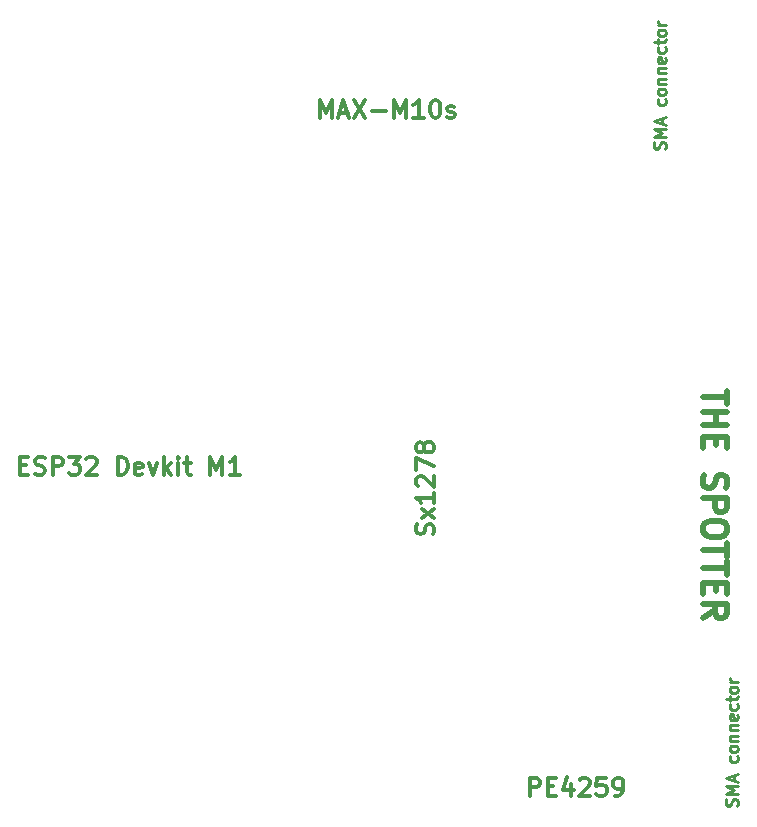
<source format=gbr>
G04 #@! TF.GenerationSoftware,KiCad,Pcbnew,9.99.0-4546-gb76221958b*
G04 #@! TF.CreationDate,2026-01-23T23:00:34+05:00*
G04 #@! TF.ProjectId,Transmitter board,5472616e-736d-4697-9474-657220626f61,rev?*
G04 #@! TF.SameCoordinates,Original*
G04 #@! TF.FileFunction,OtherDrawing,Comment*
%FSLAX46Y46*%
G04 Gerber Fmt 4.6, Leading zero omitted, Abs format (unit mm)*
G04 Created by KiCad (PCBNEW 9.99.0-4546-gb76221958b) date 2026-01-23 23:00:34*
%MOMM*%
%LPD*%
G01*
G04 APERTURE LIST*
%ADD10C,0.250000*%
%ADD11C,0.300000*%
%ADD12C,0.500000*%
G04 APERTURE END LIST*
D10*
X110561000Y-82703050D02*
X110608619Y-82560193D01*
X110608619Y-82560193D02*
X110608619Y-82322098D01*
X110608619Y-82322098D02*
X110561000Y-82226860D01*
X110561000Y-82226860D02*
X110513380Y-82179241D01*
X110513380Y-82179241D02*
X110418142Y-82131622D01*
X110418142Y-82131622D02*
X110322904Y-82131622D01*
X110322904Y-82131622D02*
X110227666Y-82179241D01*
X110227666Y-82179241D02*
X110180047Y-82226860D01*
X110180047Y-82226860D02*
X110132428Y-82322098D01*
X110132428Y-82322098D02*
X110084809Y-82512574D01*
X110084809Y-82512574D02*
X110037190Y-82607812D01*
X110037190Y-82607812D02*
X109989571Y-82655431D01*
X109989571Y-82655431D02*
X109894333Y-82703050D01*
X109894333Y-82703050D02*
X109799095Y-82703050D01*
X109799095Y-82703050D02*
X109703857Y-82655431D01*
X109703857Y-82655431D02*
X109656238Y-82607812D01*
X109656238Y-82607812D02*
X109608619Y-82512574D01*
X109608619Y-82512574D02*
X109608619Y-82274479D01*
X109608619Y-82274479D02*
X109656238Y-82131622D01*
X110608619Y-81703050D02*
X109608619Y-81703050D01*
X109608619Y-81703050D02*
X110322904Y-81369717D01*
X110322904Y-81369717D02*
X109608619Y-81036384D01*
X109608619Y-81036384D02*
X110608619Y-81036384D01*
X110322904Y-80607812D02*
X110322904Y-80131622D01*
X110608619Y-80703050D02*
X109608619Y-80369717D01*
X109608619Y-80369717D02*
X110608619Y-80036384D01*
X110561000Y-78512574D02*
X110608619Y-78607812D01*
X110608619Y-78607812D02*
X110608619Y-78798288D01*
X110608619Y-78798288D02*
X110561000Y-78893526D01*
X110561000Y-78893526D02*
X110513380Y-78941145D01*
X110513380Y-78941145D02*
X110418142Y-78988764D01*
X110418142Y-78988764D02*
X110132428Y-78988764D01*
X110132428Y-78988764D02*
X110037190Y-78941145D01*
X110037190Y-78941145D02*
X109989571Y-78893526D01*
X109989571Y-78893526D02*
X109941952Y-78798288D01*
X109941952Y-78798288D02*
X109941952Y-78607812D01*
X109941952Y-78607812D02*
X109989571Y-78512574D01*
X110608619Y-77941145D02*
X110561000Y-78036383D01*
X110561000Y-78036383D02*
X110513380Y-78084002D01*
X110513380Y-78084002D02*
X110418142Y-78131621D01*
X110418142Y-78131621D02*
X110132428Y-78131621D01*
X110132428Y-78131621D02*
X110037190Y-78084002D01*
X110037190Y-78084002D02*
X109989571Y-78036383D01*
X109989571Y-78036383D02*
X109941952Y-77941145D01*
X109941952Y-77941145D02*
X109941952Y-77798288D01*
X109941952Y-77798288D02*
X109989571Y-77703050D01*
X109989571Y-77703050D02*
X110037190Y-77655431D01*
X110037190Y-77655431D02*
X110132428Y-77607812D01*
X110132428Y-77607812D02*
X110418142Y-77607812D01*
X110418142Y-77607812D02*
X110513380Y-77655431D01*
X110513380Y-77655431D02*
X110561000Y-77703050D01*
X110561000Y-77703050D02*
X110608619Y-77798288D01*
X110608619Y-77798288D02*
X110608619Y-77941145D01*
X109941952Y-77179240D02*
X110608619Y-77179240D01*
X110037190Y-77179240D02*
X109989571Y-77131621D01*
X109989571Y-77131621D02*
X109941952Y-77036383D01*
X109941952Y-77036383D02*
X109941952Y-76893526D01*
X109941952Y-76893526D02*
X109989571Y-76798288D01*
X109989571Y-76798288D02*
X110084809Y-76750669D01*
X110084809Y-76750669D02*
X110608619Y-76750669D01*
X109941952Y-76274478D02*
X110608619Y-76274478D01*
X110037190Y-76274478D02*
X109989571Y-76226859D01*
X109989571Y-76226859D02*
X109941952Y-76131621D01*
X109941952Y-76131621D02*
X109941952Y-75988764D01*
X109941952Y-75988764D02*
X109989571Y-75893526D01*
X109989571Y-75893526D02*
X110084809Y-75845907D01*
X110084809Y-75845907D02*
X110608619Y-75845907D01*
X110561000Y-74988764D02*
X110608619Y-75084002D01*
X110608619Y-75084002D02*
X110608619Y-75274478D01*
X110608619Y-75274478D02*
X110561000Y-75369716D01*
X110561000Y-75369716D02*
X110465761Y-75417335D01*
X110465761Y-75417335D02*
X110084809Y-75417335D01*
X110084809Y-75417335D02*
X109989571Y-75369716D01*
X109989571Y-75369716D02*
X109941952Y-75274478D01*
X109941952Y-75274478D02*
X109941952Y-75084002D01*
X109941952Y-75084002D02*
X109989571Y-74988764D01*
X109989571Y-74988764D02*
X110084809Y-74941145D01*
X110084809Y-74941145D02*
X110180047Y-74941145D01*
X110180047Y-74941145D02*
X110275285Y-75417335D01*
X110561000Y-74084002D02*
X110608619Y-74179240D01*
X110608619Y-74179240D02*
X110608619Y-74369716D01*
X110608619Y-74369716D02*
X110561000Y-74464954D01*
X110561000Y-74464954D02*
X110513380Y-74512573D01*
X110513380Y-74512573D02*
X110418142Y-74560192D01*
X110418142Y-74560192D02*
X110132428Y-74560192D01*
X110132428Y-74560192D02*
X110037190Y-74512573D01*
X110037190Y-74512573D02*
X109989571Y-74464954D01*
X109989571Y-74464954D02*
X109941952Y-74369716D01*
X109941952Y-74369716D02*
X109941952Y-74179240D01*
X109941952Y-74179240D02*
X109989571Y-74084002D01*
X109941952Y-73798287D02*
X109941952Y-73417335D01*
X109608619Y-73655430D02*
X110465761Y-73655430D01*
X110465761Y-73655430D02*
X110561000Y-73607811D01*
X110561000Y-73607811D02*
X110608619Y-73512573D01*
X110608619Y-73512573D02*
X110608619Y-73417335D01*
X110608619Y-72941144D02*
X110561000Y-73036382D01*
X110561000Y-73036382D02*
X110513380Y-73084001D01*
X110513380Y-73084001D02*
X110418142Y-73131620D01*
X110418142Y-73131620D02*
X110132428Y-73131620D01*
X110132428Y-73131620D02*
X110037190Y-73084001D01*
X110037190Y-73084001D02*
X109989571Y-73036382D01*
X109989571Y-73036382D02*
X109941952Y-72941144D01*
X109941952Y-72941144D02*
X109941952Y-72798287D01*
X109941952Y-72798287D02*
X109989571Y-72703049D01*
X109989571Y-72703049D02*
X110037190Y-72655430D01*
X110037190Y-72655430D02*
X110132428Y-72607811D01*
X110132428Y-72607811D02*
X110418142Y-72607811D01*
X110418142Y-72607811D02*
X110513380Y-72655430D01*
X110513380Y-72655430D02*
X110561000Y-72703049D01*
X110561000Y-72703049D02*
X110608619Y-72798287D01*
X110608619Y-72798287D02*
X110608619Y-72941144D01*
X110608619Y-72179239D02*
X109941952Y-72179239D01*
X110132428Y-72179239D02*
X110037190Y-72131620D01*
X110037190Y-72131620D02*
X109989571Y-72084001D01*
X109989571Y-72084001D02*
X109941952Y-71988763D01*
X109941952Y-71988763D02*
X109941952Y-71893525D01*
D11*
X75230510Y-24438828D02*
X75230510Y-22938828D01*
X75230510Y-22938828D02*
X75730510Y-24010257D01*
X75730510Y-24010257D02*
X76230510Y-22938828D01*
X76230510Y-22938828D02*
X76230510Y-24438828D01*
X76873368Y-24010257D02*
X77587654Y-24010257D01*
X76730511Y-24438828D02*
X77230511Y-22938828D01*
X77230511Y-22938828D02*
X77730511Y-24438828D01*
X78087653Y-22938828D02*
X79087653Y-24438828D01*
X79087653Y-22938828D02*
X78087653Y-24438828D01*
X79659081Y-23867400D02*
X80801939Y-23867400D01*
X81516224Y-24438828D02*
X81516224Y-22938828D01*
X81516224Y-22938828D02*
X82016224Y-24010257D01*
X82016224Y-24010257D02*
X82516224Y-22938828D01*
X82516224Y-22938828D02*
X82516224Y-24438828D01*
X84016225Y-24438828D02*
X83159082Y-24438828D01*
X83587653Y-24438828D02*
X83587653Y-22938828D01*
X83587653Y-22938828D02*
X83444796Y-23153114D01*
X83444796Y-23153114D02*
X83301939Y-23295971D01*
X83301939Y-23295971D02*
X83159082Y-23367400D01*
X84944796Y-22938828D02*
X85087653Y-22938828D01*
X85087653Y-22938828D02*
X85230510Y-23010257D01*
X85230510Y-23010257D02*
X85301939Y-23081685D01*
X85301939Y-23081685D02*
X85373367Y-23224542D01*
X85373367Y-23224542D02*
X85444796Y-23510257D01*
X85444796Y-23510257D02*
X85444796Y-23867400D01*
X85444796Y-23867400D02*
X85373367Y-24153114D01*
X85373367Y-24153114D02*
X85301939Y-24295971D01*
X85301939Y-24295971D02*
X85230510Y-24367400D01*
X85230510Y-24367400D02*
X85087653Y-24438828D01*
X85087653Y-24438828D02*
X84944796Y-24438828D01*
X84944796Y-24438828D02*
X84801939Y-24367400D01*
X84801939Y-24367400D02*
X84730510Y-24295971D01*
X84730510Y-24295971D02*
X84659081Y-24153114D01*
X84659081Y-24153114D02*
X84587653Y-23867400D01*
X84587653Y-23867400D02*
X84587653Y-23510257D01*
X84587653Y-23510257D02*
X84659081Y-23224542D01*
X84659081Y-23224542D02*
X84730510Y-23081685D01*
X84730510Y-23081685D02*
X84801939Y-23010257D01*
X84801939Y-23010257D02*
X84944796Y-22938828D01*
X86016224Y-24367400D02*
X86159081Y-24438828D01*
X86159081Y-24438828D02*
X86444795Y-24438828D01*
X86444795Y-24438828D02*
X86587652Y-24367400D01*
X86587652Y-24367400D02*
X86659081Y-24224542D01*
X86659081Y-24224542D02*
X86659081Y-24153114D01*
X86659081Y-24153114D02*
X86587652Y-24010257D01*
X86587652Y-24010257D02*
X86444795Y-23938828D01*
X86444795Y-23938828D02*
X86230510Y-23938828D01*
X86230510Y-23938828D02*
X86087652Y-23867400D01*
X86087652Y-23867400D02*
X86016224Y-23724542D01*
X86016224Y-23724542D02*
X86016224Y-23653114D01*
X86016224Y-23653114D02*
X86087652Y-23510257D01*
X86087652Y-23510257D02*
X86230510Y-23438828D01*
X86230510Y-23438828D02*
X86444795Y-23438828D01*
X86444795Y-23438828D02*
X86587652Y-23510257D01*
X49830510Y-53879114D02*
X50330510Y-53879114D01*
X50544796Y-54664828D02*
X49830510Y-54664828D01*
X49830510Y-54664828D02*
X49830510Y-53164828D01*
X49830510Y-53164828D02*
X50544796Y-53164828D01*
X51116225Y-54593400D02*
X51330511Y-54664828D01*
X51330511Y-54664828D02*
X51687653Y-54664828D01*
X51687653Y-54664828D02*
X51830511Y-54593400D01*
X51830511Y-54593400D02*
X51901939Y-54521971D01*
X51901939Y-54521971D02*
X51973368Y-54379114D01*
X51973368Y-54379114D02*
X51973368Y-54236257D01*
X51973368Y-54236257D02*
X51901939Y-54093400D01*
X51901939Y-54093400D02*
X51830511Y-54021971D01*
X51830511Y-54021971D02*
X51687653Y-53950542D01*
X51687653Y-53950542D02*
X51401939Y-53879114D01*
X51401939Y-53879114D02*
X51259082Y-53807685D01*
X51259082Y-53807685D02*
X51187653Y-53736257D01*
X51187653Y-53736257D02*
X51116225Y-53593400D01*
X51116225Y-53593400D02*
X51116225Y-53450542D01*
X51116225Y-53450542D02*
X51187653Y-53307685D01*
X51187653Y-53307685D02*
X51259082Y-53236257D01*
X51259082Y-53236257D02*
X51401939Y-53164828D01*
X51401939Y-53164828D02*
X51759082Y-53164828D01*
X51759082Y-53164828D02*
X51973368Y-53236257D01*
X52616224Y-54664828D02*
X52616224Y-53164828D01*
X52616224Y-53164828D02*
X53187653Y-53164828D01*
X53187653Y-53164828D02*
X53330510Y-53236257D01*
X53330510Y-53236257D02*
X53401939Y-53307685D01*
X53401939Y-53307685D02*
X53473367Y-53450542D01*
X53473367Y-53450542D02*
X53473367Y-53664828D01*
X53473367Y-53664828D02*
X53401939Y-53807685D01*
X53401939Y-53807685D02*
X53330510Y-53879114D01*
X53330510Y-53879114D02*
X53187653Y-53950542D01*
X53187653Y-53950542D02*
X52616224Y-53950542D01*
X53973367Y-53164828D02*
X54901939Y-53164828D01*
X54901939Y-53164828D02*
X54401939Y-53736257D01*
X54401939Y-53736257D02*
X54616224Y-53736257D01*
X54616224Y-53736257D02*
X54759082Y-53807685D01*
X54759082Y-53807685D02*
X54830510Y-53879114D01*
X54830510Y-53879114D02*
X54901939Y-54021971D01*
X54901939Y-54021971D02*
X54901939Y-54379114D01*
X54901939Y-54379114D02*
X54830510Y-54521971D01*
X54830510Y-54521971D02*
X54759082Y-54593400D01*
X54759082Y-54593400D02*
X54616224Y-54664828D01*
X54616224Y-54664828D02*
X54187653Y-54664828D01*
X54187653Y-54664828D02*
X54044796Y-54593400D01*
X54044796Y-54593400D02*
X53973367Y-54521971D01*
X55473367Y-53307685D02*
X55544795Y-53236257D01*
X55544795Y-53236257D02*
X55687653Y-53164828D01*
X55687653Y-53164828D02*
X56044795Y-53164828D01*
X56044795Y-53164828D02*
X56187653Y-53236257D01*
X56187653Y-53236257D02*
X56259081Y-53307685D01*
X56259081Y-53307685D02*
X56330510Y-53450542D01*
X56330510Y-53450542D02*
X56330510Y-53593400D01*
X56330510Y-53593400D02*
X56259081Y-53807685D01*
X56259081Y-53807685D02*
X55401938Y-54664828D01*
X55401938Y-54664828D02*
X56330510Y-54664828D01*
X58116223Y-54664828D02*
X58116223Y-53164828D01*
X58116223Y-53164828D02*
X58473366Y-53164828D01*
X58473366Y-53164828D02*
X58687652Y-53236257D01*
X58687652Y-53236257D02*
X58830509Y-53379114D01*
X58830509Y-53379114D02*
X58901938Y-53521971D01*
X58901938Y-53521971D02*
X58973366Y-53807685D01*
X58973366Y-53807685D02*
X58973366Y-54021971D01*
X58973366Y-54021971D02*
X58901938Y-54307685D01*
X58901938Y-54307685D02*
X58830509Y-54450542D01*
X58830509Y-54450542D02*
X58687652Y-54593400D01*
X58687652Y-54593400D02*
X58473366Y-54664828D01*
X58473366Y-54664828D02*
X58116223Y-54664828D01*
X60187652Y-54593400D02*
X60044795Y-54664828D01*
X60044795Y-54664828D02*
X59759081Y-54664828D01*
X59759081Y-54664828D02*
X59616223Y-54593400D01*
X59616223Y-54593400D02*
X59544795Y-54450542D01*
X59544795Y-54450542D02*
X59544795Y-53879114D01*
X59544795Y-53879114D02*
X59616223Y-53736257D01*
X59616223Y-53736257D02*
X59759081Y-53664828D01*
X59759081Y-53664828D02*
X60044795Y-53664828D01*
X60044795Y-53664828D02*
X60187652Y-53736257D01*
X60187652Y-53736257D02*
X60259081Y-53879114D01*
X60259081Y-53879114D02*
X60259081Y-54021971D01*
X60259081Y-54021971D02*
X59544795Y-54164828D01*
X60759080Y-53664828D02*
X61116223Y-54664828D01*
X61116223Y-54664828D02*
X61473366Y-53664828D01*
X62044794Y-54664828D02*
X62044794Y-53164828D01*
X62187652Y-54093400D02*
X62616223Y-54664828D01*
X62616223Y-53664828D02*
X62044794Y-54236257D01*
X63259080Y-54664828D02*
X63259080Y-53664828D01*
X63259080Y-53164828D02*
X63187652Y-53236257D01*
X63187652Y-53236257D02*
X63259080Y-53307685D01*
X63259080Y-53307685D02*
X63330509Y-53236257D01*
X63330509Y-53236257D02*
X63259080Y-53164828D01*
X63259080Y-53164828D02*
X63259080Y-53307685D01*
X63759081Y-53664828D02*
X64330509Y-53664828D01*
X63973366Y-53164828D02*
X63973366Y-54450542D01*
X63973366Y-54450542D02*
X64044795Y-54593400D01*
X64044795Y-54593400D02*
X64187652Y-54664828D01*
X64187652Y-54664828D02*
X64330509Y-54664828D01*
X65973366Y-54664828D02*
X65973366Y-53164828D01*
X65973366Y-53164828D02*
X66473366Y-54236257D01*
X66473366Y-54236257D02*
X66973366Y-53164828D01*
X66973366Y-53164828D02*
X66973366Y-54664828D01*
X68473367Y-54664828D02*
X67616224Y-54664828D01*
X68044795Y-54664828D02*
X68044795Y-53164828D01*
X68044795Y-53164828D02*
X67901938Y-53379114D01*
X67901938Y-53379114D02*
X67759081Y-53521971D01*
X67759081Y-53521971D02*
X67616224Y-53593400D01*
X93010510Y-81842828D02*
X93010510Y-80342828D01*
X93010510Y-80342828D02*
X93581939Y-80342828D01*
X93581939Y-80342828D02*
X93724796Y-80414257D01*
X93724796Y-80414257D02*
X93796225Y-80485685D01*
X93796225Y-80485685D02*
X93867653Y-80628542D01*
X93867653Y-80628542D02*
X93867653Y-80842828D01*
X93867653Y-80842828D02*
X93796225Y-80985685D01*
X93796225Y-80985685D02*
X93724796Y-81057114D01*
X93724796Y-81057114D02*
X93581939Y-81128542D01*
X93581939Y-81128542D02*
X93010510Y-81128542D01*
X94510510Y-81057114D02*
X95010510Y-81057114D01*
X95224796Y-81842828D02*
X94510510Y-81842828D01*
X94510510Y-81842828D02*
X94510510Y-80342828D01*
X94510510Y-80342828D02*
X95224796Y-80342828D01*
X96510511Y-80842828D02*
X96510511Y-81842828D01*
X96153368Y-80271400D02*
X95796225Y-81342828D01*
X95796225Y-81342828D02*
X96724796Y-81342828D01*
X97224796Y-80485685D02*
X97296224Y-80414257D01*
X97296224Y-80414257D02*
X97439082Y-80342828D01*
X97439082Y-80342828D02*
X97796224Y-80342828D01*
X97796224Y-80342828D02*
X97939082Y-80414257D01*
X97939082Y-80414257D02*
X98010510Y-80485685D01*
X98010510Y-80485685D02*
X98081939Y-80628542D01*
X98081939Y-80628542D02*
X98081939Y-80771400D01*
X98081939Y-80771400D02*
X98010510Y-80985685D01*
X98010510Y-80985685D02*
X97153367Y-81842828D01*
X97153367Y-81842828D02*
X98081939Y-81842828D01*
X99439081Y-80342828D02*
X98724795Y-80342828D01*
X98724795Y-80342828D02*
X98653367Y-81057114D01*
X98653367Y-81057114D02*
X98724795Y-80985685D01*
X98724795Y-80985685D02*
X98867653Y-80914257D01*
X98867653Y-80914257D02*
X99224795Y-80914257D01*
X99224795Y-80914257D02*
X99367653Y-80985685D01*
X99367653Y-80985685D02*
X99439081Y-81057114D01*
X99439081Y-81057114D02*
X99510510Y-81199971D01*
X99510510Y-81199971D02*
X99510510Y-81557114D01*
X99510510Y-81557114D02*
X99439081Y-81699971D01*
X99439081Y-81699971D02*
X99367653Y-81771400D01*
X99367653Y-81771400D02*
X99224795Y-81842828D01*
X99224795Y-81842828D02*
X98867653Y-81842828D01*
X98867653Y-81842828D02*
X98724795Y-81771400D01*
X98724795Y-81771400D02*
X98653367Y-81699971D01*
X100224795Y-81842828D02*
X100510509Y-81842828D01*
X100510509Y-81842828D02*
X100653366Y-81771400D01*
X100653366Y-81771400D02*
X100724795Y-81699971D01*
X100724795Y-81699971D02*
X100867652Y-81485685D01*
X100867652Y-81485685D02*
X100939081Y-81199971D01*
X100939081Y-81199971D02*
X100939081Y-80628542D01*
X100939081Y-80628542D02*
X100867652Y-80485685D01*
X100867652Y-80485685D02*
X100796224Y-80414257D01*
X100796224Y-80414257D02*
X100653366Y-80342828D01*
X100653366Y-80342828D02*
X100367652Y-80342828D01*
X100367652Y-80342828D02*
X100224795Y-80414257D01*
X100224795Y-80414257D02*
X100153366Y-80485685D01*
X100153366Y-80485685D02*
X100081938Y-80628542D01*
X100081938Y-80628542D02*
X100081938Y-80985685D01*
X100081938Y-80985685D02*
X100153366Y-81128542D01*
X100153366Y-81128542D02*
X100224795Y-81199971D01*
X100224795Y-81199971D02*
X100367652Y-81271400D01*
X100367652Y-81271400D02*
X100653366Y-81271400D01*
X100653366Y-81271400D02*
X100796224Y-81199971D01*
X100796224Y-81199971D02*
X100867652Y-81128542D01*
X100867652Y-81128542D02*
X100939081Y-80985685D01*
D12*
X109700761Y-47539423D02*
X109700761Y-48682280D01*
X107700761Y-48110851D02*
X109700761Y-48110851D01*
X107700761Y-49348947D02*
X109700761Y-49348947D01*
X108748380Y-49348947D02*
X108748380Y-50491804D01*
X107700761Y-50491804D02*
X109700761Y-50491804D01*
X108748380Y-51444185D02*
X108748380Y-52110852D01*
X107700761Y-52396566D02*
X107700761Y-51444185D01*
X107700761Y-51444185D02*
X109700761Y-51444185D01*
X109700761Y-51444185D02*
X109700761Y-52396566D01*
X107796000Y-54682281D02*
X107700761Y-54967995D01*
X107700761Y-54967995D02*
X107700761Y-55444186D01*
X107700761Y-55444186D02*
X107796000Y-55634662D01*
X107796000Y-55634662D02*
X107891238Y-55729900D01*
X107891238Y-55729900D02*
X108081714Y-55825138D01*
X108081714Y-55825138D02*
X108272190Y-55825138D01*
X108272190Y-55825138D02*
X108462666Y-55729900D01*
X108462666Y-55729900D02*
X108557904Y-55634662D01*
X108557904Y-55634662D02*
X108653142Y-55444186D01*
X108653142Y-55444186D02*
X108748380Y-55063233D01*
X108748380Y-55063233D02*
X108843619Y-54872757D01*
X108843619Y-54872757D02*
X108938857Y-54777519D01*
X108938857Y-54777519D02*
X109129333Y-54682281D01*
X109129333Y-54682281D02*
X109319809Y-54682281D01*
X109319809Y-54682281D02*
X109510285Y-54777519D01*
X109510285Y-54777519D02*
X109605523Y-54872757D01*
X109605523Y-54872757D02*
X109700761Y-55063233D01*
X109700761Y-55063233D02*
X109700761Y-55539424D01*
X109700761Y-55539424D02*
X109605523Y-55825138D01*
X107700761Y-56682281D02*
X109700761Y-56682281D01*
X109700761Y-56682281D02*
X109700761Y-57444186D01*
X109700761Y-57444186D02*
X109605523Y-57634662D01*
X109605523Y-57634662D02*
X109510285Y-57729900D01*
X109510285Y-57729900D02*
X109319809Y-57825138D01*
X109319809Y-57825138D02*
X109034095Y-57825138D01*
X109034095Y-57825138D02*
X108843619Y-57729900D01*
X108843619Y-57729900D02*
X108748380Y-57634662D01*
X108748380Y-57634662D02*
X108653142Y-57444186D01*
X108653142Y-57444186D02*
X108653142Y-56682281D01*
X109700761Y-59063233D02*
X109700761Y-59444186D01*
X109700761Y-59444186D02*
X109605523Y-59634662D01*
X109605523Y-59634662D02*
X109415047Y-59825138D01*
X109415047Y-59825138D02*
X109034095Y-59920376D01*
X109034095Y-59920376D02*
X108367428Y-59920376D01*
X108367428Y-59920376D02*
X107986476Y-59825138D01*
X107986476Y-59825138D02*
X107796000Y-59634662D01*
X107796000Y-59634662D02*
X107700761Y-59444186D01*
X107700761Y-59444186D02*
X107700761Y-59063233D01*
X107700761Y-59063233D02*
X107796000Y-58872757D01*
X107796000Y-58872757D02*
X107986476Y-58682281D01*
X107986476Y-58682281D02*
X108367428Y-58587043D01*
X108367428Y-58587043D02*
X109034095Y-58587043D01*
X109034095Y-58587043D02*
X109415047Y-58682281D01*
X109415047Y-58682281D02*
X109605523Y-58872757D01*
X109605523Y-58872757D02*
X109700761Y-59063233D01*
X109700761Y-60491805D02*
X109700761Y-61634662D01*
X107700761Y-61063233D02*
X109700761Y-61063233D01*
X109700761Y-62015615D02*
X109700761Y-63158472D01*
X107700761Y-62587043D02*
X109700761Y-62587043D01*
X108748380Y-63825139D02*
X108748380Y-64491806D01*
X107700761Y-64777520D02*
X107700761Y-63825139D01*
X107700761Y-63825139D02*
X109700761Y-63825139D01*
X109700761Y-63825139D02*
X109700761Y-64777520D01*
X107700761Y-66777520D02*
X108653142Y-66110853D01*
X107700761Y-65634663D02*
X109700761Y-65634663D01*
X109700761Y-65634663D02*
X109700761Y-66396568D01*
X109700761Y-66396568D02*
X109605523Y-66587044D01*
X109605523Y-66587044D02*
X109510285Y-66682282D01*
X109510285Y-66682282D02*
X109319809Y-66777520D01*
X109319809Y-66777520D02*
X109034095Y-66777520D01*
X109034095Y-66777520D02*
X108843619Y-66682282D01*
X108843619Y-66682282D02*
X108748380Y-66587044D01*
X108748380Y-66587044D02*
X108653142Y-66396568D01*
X108653142Y-66396568D02*
X108653142Y-65634663D01*
D11*
X84819400Y-59714917D02*
X84890828Y-59500632D01*
X84890828Y-59500632D02*
X84890828Y-59143489D01*
X84890828Y-59143489D02*
X84819400Y-59000632D01*
X84819400Y-59000632D02*
X84747971Y-58929203D01*
X84747971Y-58929203D02*
X84605114Y-58857774D01*
X84605114Y-58857774D02*
X84462257Y-58857774D01*
X84462257Y-58857774D02*
X84319400Y-58929203D01*
X84319400Y-58929203D02*
X84247971Y-59000632D01*
X84247971Y-59000632D02*
X84176542Y-59143489D01*
X84176542Y-59143489D02*
X84105114Y-59429203D01*
X84105114Y-59429203D02*
X84033685Y-59572060D01*
X84033685Y-59572060D02*
X83962257Y-59643489D01*
X83962257Y-59643489D02*
X83819400Y-59714917D01*
X83819400Y-59714917D02*
X83676542Y-59714917D01*
X83676542Y-59714917D02*
X83533685Y-59643489D01*
X83533685Y-59643489D02*
X83462257Y-59572060D01*
X83462257Y-59572060D02*
X83390828Y-59429203D01*
X83390828Y-59429203D02*
X83390828Y-59072060D01*
X83390828Y-59072060D02*
X83462257Y-58857774D01*
X84890828Y-58357775D02*
X83890828Y-57572061D01*
X83890828Y-58357775D02*
X84890828Y-57572061D01*
X84890828Y-56214917D02*
X84890828Y-57072060D01*
X84890828Y-56643489D02*
X83390828Y-56643489D01*
X83390828Y-56643489D02*
X83605114Y-56786346D01*
X83605114Y-56786346D02*
X83747971Y-56929203D01*
X83747971Y-56929203D02*
X83819400Y-57072060D01*
X83533685Y-55643489D02*
X83462257Y-55572061D01*
X83462257Y-55572061D02*
X83390828Y-55429204D01*
X83390828Y-55429204D02*
X83390828Y-55072061D01*
X83390828Y-55072061D02*
X83462257Y-54929204D01*
X83462257Y-54929204D02*
X83533685Y-54857775D01*
X83533685Y-54857775D02*
X83676542Y-54786346D01*
X83676542Y-54786346D02*
X83819400Y-54786346D01*
X83819400Y-54786346D02*
X84033685Y-54857775D01*
X84033685Y-54857775D02*
X84890828Y-55714918D01*
X84890828Y-55714918D02*
X84890828Y-54786346D01*
X83390828Y-54286347D02*
X83390828Y-53286347D01*
X83390828Y-53286347D02*
X84890828Y-53929204D01*
X84033685Y-52500633D02*
X83962257Y-52643490D01*
X83962257Y-52643490D02*
X83890828Y-52714919D01*
X83890828Y-52714919D02*
X83747971Y-52786347D01*
X83747971Y-52786347D02*
X83676542Y-52786347D01*
X83676542Y-52786347D02*
X83533685Y-52714919D01*
X83533685Y-52714919D02*
X83462257Y-52643490D01*
X83462257Y-52643490D02*
X83390828Y-52500633D01*
X83390828Y-52500633D02*
X83390828Y-52214919D01*
X83390828Y-52214919D02*
X83462257Y-52072062D01*
X83462257Y-52072062D02*
X83533685Y-52000633D01*
X83533685Y-52000633D02*
X83676542Y-51929204D01*
X83676542Y-51929204D02*
X83747971Y-51929204D01*
X83747971Y-51929204D02*
X83890828Y-52000633D01*
X83890828Y-52000633D02*
X83962257Y-52072062D01*
X83962257Y-52072062D02*
X84033685Y-52214919D01*
X84033685Y-52214919D02*
X84033685Y-52500633D01*
X84033685Y-52500633D02*
X84105114Y-52643490D01*
X84105114Y-52643490D02*
X84176542Y-52714919D01*
X84176542Y-52714919D02*
X84319400Y-52786347D01*
X84319400Y-52786347D02*
X84605114Y-52786347D01*
X84605114Y-52786347D02*
X84747971Y-52714919D01*
X84747971Y-52714919D02*
X84819400Y-52643490D01*
X84819400Y-52643490D02*
X84890828Y-52500633D01*
X84890828Y-52500633D02*
X84890828Y-52214919D01*
X84890828Y-52214919D02*
X84819400Y-52072062D01*
X84819400Y-52072062D02*
X84747971Y-52000633D01*
X84747971Y-52000633D02*
X84605114Y-51929204D01*
X84605114Y-51929204D02*
X84319400Y-51929204D01*
X84319400Y-51929204D02*
X84176542Y-52000633D01*
X84176542Y-52000633D02*
X84105114Y-52072062D01*
X84105114Y-52072062D02*
X84033685Y-52214919D01*
D10*
X104465000Y-27077050D02*
X104512619Y-26934193D01*
X104512619Y-26934193D02*
X104512619Y-26696098D01*
X104512619Y-26696098D02*
X104465000Y-26600860D01*
X104465000Y-26600860D02*
X104417380Y-26553241D01*
X104417380Y-26553241D02*
X104322142Y-26505622D01*
X104322142Y-26505622D02*
X104226904Y-26505622D01*
X104226904Y-26505622D02*
X104131666Y-26553241D01*
X104131666Y-26553241D02*
X104084047Y-26600860D01*
X104084047Y-26600860D02*
X104036428Y-26696098D01*
X104036428Y-26696098D02*
X103988809Y-26886574D01*
X103988809Y-26886574D02*
X103941190Y-26981812D01*
X103941190Y-26981812D02*
X103893571Y-27029431D01*
X103893571Y-27029431D02*
X103798333Y-27077050D01*
X103798333Y-27077050D02*
X103703095Y-27077050D01*
X103703095Y-27077050D02*
X103607857Y-27029431D01*
X103607857Y-27029431D02*
X103560238Y-26981812D01*
X103560238Y-26981812D02*
X103512619Y-26886574D01*
X103512619Y-26886574D02*
X103512619Y-26648479D01*
X103512619Y-26648479D02*
X103560238Y-26505622D01*
X104512619Y-26077050D02*
X103512619Y-26077050D01*
X103512619Y-26077050D02*
X104226904Y-25743717D01*
X104226904Y-25743717D02*
X103512619Y-25410384D01*
X103512619Y-25410384D02*
X104512619Y-25410384D01*
X104226904Y-24981812D02*
X104226904Y-24505622D01*
X104512619Y-25077050D02*
X103512619Y-24743717D01*
X103512619Y-24743717D02*
X104512619Y-24410384D01*
X104465000Y-22886574D02*
X104512619Y-22981812D01*
X104512619Y-22981812D02*
X104512619Y-23172288D01*
X104512619Y-23172288D02*
X104465000Y-23267526D01*
X104465000Y-23267526D02*
X104417380Y-23315145D01*
X104417380Y-23315145D02*
X104322142Y-23362764D01*
X104322142Y-23362764D02*
X104036428Y-23362764D01*
X104036428Y-23362764D02*
X103941190Y-23315145D01*
X103941190Y-23315145D02*
X103893571Y-23267526D01*
X103893571Y-23267526D02*
X103845952Y-23172288D01*
X103845952Y-23172288D02*
X103845952Y-22981812D01*
X103845952Y-22981812D02*
X103893571Y-22886574D01*
X104512619Y-22315145D02*
X104465000Y-22410383D01*
X104465000Y-22410383D02*
X104417380Y-22458002D01*
X104417380Y-22458002D02*
X104322142Y-22505621D01*
X104322142Y-22505621D02*
X104036428Y-22505621D01*
X104036428Y-22505621D02*
X103941190Y-22458002D01*
X103941190Y-22458002D02*
X103893571Y-22410383D01*
X103893571Y-22410383D02*
X103845952Y-22315145D01*
X103845952Y-22315145D02*
X103845952Y-22172288D01*
X103845952Y-22172288D02*
X103893571Y-22077050D01*
X103893571Y-22077050D02*
X103941190Y-22029431D01*
X103941190Y-22029431D02*
X104036428Y-21981812D01*
X104036428Y-21981812D02*
X104322142Y-21981812D01*
X104322142Y-21981812D02*
X104417380Y-22029431D01*
X104417380Y-22029431D02*
X104465000Y-22077050D01*
X104465000Y-22077050D02*
X104512619Y-22172288D01*
X104512619Y-22172288D02*
X104512619Y-22315145D01*
X103845952Y-21553240D02*
X104512619Y-21553240D01*
X103941190Y-21553240D02*
X103893571Y-21505621D01*
X103893571Y-21505621D02*
X103845952Y-21410383D01*
X103845952Y-21410383D02*
X103845952Y-21267526D01*
X103845952Y-21267526D02*
X103893571Y-21172288D01*
X103893571Y-21172288D02*
X103988809Y-21124669D01*
X103988809Y-21124669D02*
X104512619Y-21124669D01*
X103845952Y-20648478D02*
X104512619Y-20648478D01*
X103941190Y-20648478D02*
X103893571Y-20600859D01*
X103893571Y-20600859D02*
X103845952Y-20505621D01*
X103845952Y-20505621D02*
X103845952Y-20362764D01*
X103845952Y-20362764D02*
X103893571Y-20267526D01*
X103893571Y-20267526D02*
X103988809Y-20219907D01*
X103988809Y-20219907D02*
X104512619Y-20219907D01*
X104465000Y-19362764D02*
X104512619Y-19458002D01*
X104512619Y-19458002D02*
X104512619Y-19648478D01*
X104512619Y-19648478D02*
X104465000Y-19743716D01*
X104465000Y-19743716D02*
X104369761Y-19791335D01*
X104369761Y-19791335D02*
X103988809Y-19791335D01*
X103988809Y-19791335D02*
X103893571Y-19743716D01*
X103893571Y-19743716D02*
X103845952Y-19648478D01*
X103845952Y-19648478D02*
X103845952Y-19458002D01*
X103845952Y-19458002D02*
X103893571Y-19362764D01*
X103893571Y-19362764D02*
X103988809Y-19315145D01*
X103988809Y-19315145D02*
X104084047Y-19315145D01*
X104084047Y-19315145D02*
X104179285Y-19791335D01*
X104465000Y-18458002D02*
X104512619Y-18553240D01*
X104512619Y-18553240D02*
X104512619Y-18743716D01*
X104512619Y-18743716D02*
X104465000Y-18838954D01*
X104465000Y-18838954D02*
X104417380Y-18886573D01*
X104417380Y-18886573D02*
X104322142Y-18934192D01*
X104322142Y-18934192D02*
X104036428Y-18934192D01*
X104036428Y-18934192D02*
X103941190Y-18886573D01*
X103941190Y-18886573D02*
X103893571Y-18838954D01*
X103893571Y-18838954D02*
X103845952Y-18743716D01*
X103845952Y-18743716D02*
X103845952Y-18553240D01*
X103845952Y-18553240D02*
X103893571Y-18458002D01*
X103845952Y-18172287D02*
X103845952Y-17791335D01*
X103512619Y-18029430D02*
X104369761Y-18029430D01*
X104369761Y-18029430D02*
X104465000Y-17981811D01*
X104465000Y-17981811D02*
X104512619Y-17886573D01*
X104512619Y-17886573D02*
X104512619Y-17791335D01*
X104512619Y-17315144D02*
X104465000Y-17410382D01*
X104465000Y-17410382D02*
X104417380Y-17458001D01*
X104417380Y-17458001D02*
X104322142Y-17505620D01*
X104322142Y-17505620D02*
X104036428Y-17505620D01*
X104036428Y-17505620D02*
X103941190Y-17458001D01*
X103941190Y-17458001D02*
X103893571Y-17410382D01*
X103893571Y-17410382D02*
X103845952Y-17315144D01*
X103845952Y-17315144D02*
X103845952Y-17172287D01*
X103845952Y-17172287D02*
X103893571Y-17077049D01*
X103893571Y-17077049D02*
X103941190Y-17029430D01*
X103941190Y-17029430D02*
X104036428Y-16981811D01*
X104036428Y-16981811D02*
X104322142Y-16981811D01*
X104322142Y-16981811D02*
X104417380Y-17029430D01*
X104417380Y-17029430D02*
X104465000Y-17077049D01*
X104465000Y-17077049D02*
X104512619Y-17172287D01*
X104512619Y-17172287D02*
X104512619Y-17315144D01*
X104512619Y-16553239D02*
X103845952Y-16553239D01*
X104036428Y-16553239D02*
X103941190Y-16505620D01*
X103941190Y-16505620D02*
X103893571Y-16458001D01*
X103893571Y-16458001D02*
X103845952Y-16362763D01*
X103845952Y-16362763D02*
X103845952Y-16267525D01*
M02*

</source>
